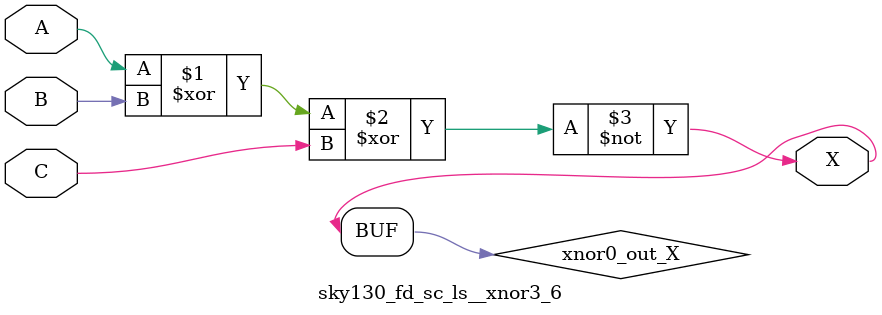
<source format=v>
module sky130_fd_sc_ls__xnor3_6 (
    X,
    A,
    B,
    C
);
    output X;
    input  A;
    input  B;
    input  C;
    wire xnor0_out_X;
    xnor xnor0 (xnor0_out_X, A, B, C        );
    buf  buf0  (X          , xnor0_out_X    );
endmodule
</source>
